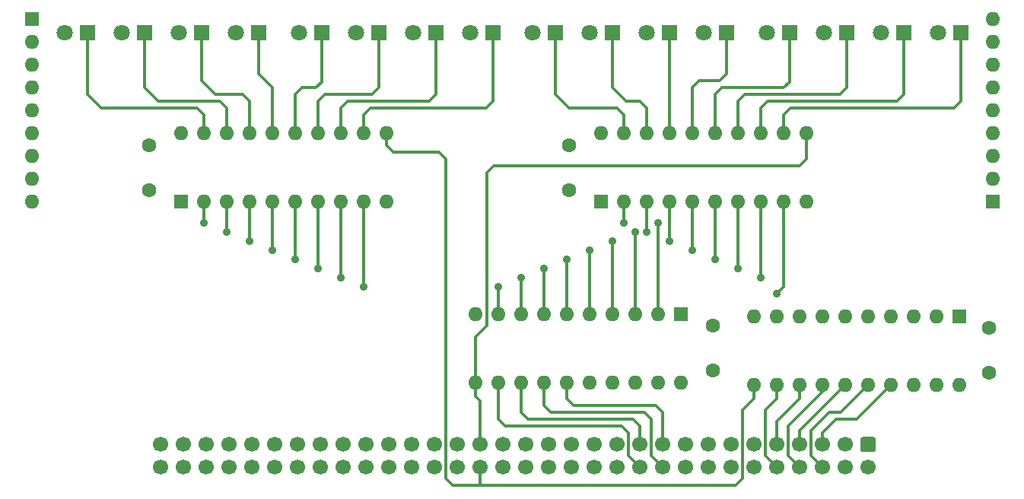
<source format=gtl>
%TF.GenerationSoftware,KiCad,Pcbnew,5.1.6-c6e7f7d~87~ubuntu18.04.1*%
%TF.CreationDate,2020-08-18T19:41:25+12:00*%
%TF.ProjectId,M1 Address Register,4d312041-6464-4726-9573-732052656769,rev?*%
%TF.SameCoordinates,Original*%
%TF.FileFunction,Copper,L1,Top*%
%TF.FilePolarity,Positive*%
%FSLAX46Y46*%
G04 Gerber Fmt 4.6, Leading zero omitted, Abs format (unit mm)*
G04 Created by KiCad (PCBNEW 5.1.6-c6e7f7d~87~ubuntu18.04.1) date 2020-08-18 19:41:25*
%MOMM*%
%LPD*%
G01*
G04 APERTURE LIST*
%TA.AperFunction,ComponentPad*%
%ADD10C,1.600000*%
%TD*%
%TA.AperFunction,ComponentPad*%
%ADD11C,1.700000*%
%TD*%
%TA.AperFunction,ComponentPad*%
%ADD12R,1.600000X1.600000*%
%TD*%
%TA.AperFunction,ComponentPad*%
%ADD13O,1.600000X1.600000*%
%TD*%
%TA.AperFunction,ComponentPad*%
%ADD14C,1.800000*%
%TD*%
%TA.AperFunction,ComponentPad*%
%ADD15R,1.800000X1.800000*%
%TD*%
%TA.AperFunction,ViaPad*%
%ADD16C,0.889000*%
%TD*%
%TA.AperFunction,Conductor*%
%ADD17C,0.330200*%
%TD*%
G04 APERTURE END LIST*
D10*
%TO.P,C5,1*%
%TO.N,GND*%
X205359000Y-122555000D03*
%TO.P,C5,2*%
%TO.N,+5V*%
X205359000Y-127555000D03*
%TD*%
%TO.P,C6,2*%
%TO.N,+5V*%
X174625000Y-127301000D03*
%TO.P,C6,1*%
%TO.N,GND*%
X174625000Y-122301000D03*
%TD*%
%TO.P,C7,2*%
%TO.N,+5V*%
X111887000Y-102215000D03*
%TO.P,C7,1*%
%TO.N,GND*%
X111887000Y-107215000D03*
%TD*%
%TO.P,C8,1*%
%TO.N,GND*%
X158623000Y-107215000D03*
%TO.P,C8,2*%
%TO.N,+5V*%
X158623000Y-102215000D03*
%TD*%
%TO.P,J1,1*%
%TO.N,GND*%
%TA.AperFunction,ComponentPad*%
G36*
G01*
X191297000Y-134659000D02*
X192497000Y-134659000D01*
G75*
G02*
X192747000Y-134909000I0J-250000D01*
G01*
X192747000Y-136109000D01*
G75*
G02*
X192497000Y-136359000I-250000J0D01*
G01*
X191297000Y-136359000D01*
G75*
G02*
X191047000Y-136109000I0J250000D01*
G01*
X191047000Y-134909000D01*
G75*
G02*
X191297000Y-134659000I250000J0D01*
G01*
G37*
%TD.AperFunction*%
D11*
%TO.P,J1,3*%
%TO.N,/A0*%
X189357000Y-135509000D03*
%TO.P,J1,5*%
%TO.N,/A2*%
X186817000Y-135509000D03*
%TO.P,J1,7*%
%TO.N,/A4*%
X184277000Y-135509000D03*
%TO.P,J1,9*%
%TO.N,/A6*%
X181737000Y-135509000D03*
%TO.P,J1,11*%
%TO.N,GND*%
X179197000Y-135509000D03*
%TO.P,J1,13*%
X176657000Y-135509000D03*
%TO.P,J1,15*%
%TO.N,/A8*%
X174117000Y-135509000D03*
%TO.P,J1,17*%
%TO.N,/A10*%
X171577000Y-135509000D03*
%TO.P,J1,19*%
%TO.N,/A12*%
X169037000Y-135509000D03*
%TO.P,J1,21*%
%TO.N,/A14*%
X166497000Y-135509000D03*
%TO.P,J1,23*%
%TO.N,GND*%
X163957000Y-135509000D03*
%TO.P,J1,25*%
%TO.N,+5V*%
X161417000Y-135509000D03*
%TO.P,J1,27*%
%TO.N,GND*%
X158877000Y-135509000D03*
%TO.P,J1,29*%
%TO.N,Net-(J1-Pad29)*%
X156337000Y-135509000D03*
%TO.P,J1,31*%
%TO.N,Net-(J1-Pad31)*%
X153797000Y-135509000D03*
%TO.P,J1,33*%
%TO.N,Net-(J1-Pad33)*%
X151257000Y-135509000D03*
%TO.P,J1,35*%
%TO.N,/ADRHI*%
X148717000Y-135509000D03*
%TO.P,J1,37*%
%TO.N,Net-(J1-Pad37)*%
X146177000Y-135509000D03*
%TO.P,J1,39*%
%TO.N,GND*%
X143637000Y-135509000D03*
%TO.P,J1,41*%
X141097000Y-135509000D03*
%TO.P,J1,43*%
%TO.N,Net-(J1-Pad43)*%
X138557000Y-135509000D03*
%TO.P,J1,45*%
%TO.N,Net-(J1-Pad45)*%
X136017000Y-135509000D03*
%TO.P,J1,47*%
%TO.N,Net-(J1-Pad47)*%
X133477000Y-135509000D03*
%TO.P,J1,49*%
%TO.N,Net-(J1-Pad49)*%
X130937000Y-135509000D03*
%TO.P,J1,51*%
%TO.N,GND*%
X128397000Y-135509000D03*
%TO.P,J1,53*%
X125857000Y-135509000D03*
%TO.P,J1,55*%
%TO.N,/D7*%
X123317000Y-135509000D03*
%TO.P,J1,57*%
%TO.N,/D5*%
X120777000Y-135509000D03*
%TO.P,J1,59*%
%TO.N,/D3*%
X118237000Y-135509000D03*
%TO.P,J1,61*%
%TO.N,/D1*%
X115697000Y-135509000D03*
%TO.P,J1,63*%
%TO.N,GND*%
X113157000Y-135509000D03*
%TO.P,J1,2*%
X191897000Y-138049000D03*
%TO.P,J1,4*%
%TO.N,/A1*%
X189357000Y-138049000D03*
%TO.P,J1,6*%
%TO.N,/A3*%
X186817000Y-138049000D03*
%TO.P,J1,8*%
%TO.N,/A5*%
X184277000Y-138049000D03*
%TO.P,J1,10*%
%TO.N,/A7*%
X181737000Y-138049000D03*
%TO.P,J1,12*%
%TO.N,GND*%
X179197000Y-138049000D03*
%TO.P,J1,14*%
X176657000Y-138049000D03*
%TO.P,J1,16*%
%TO.N,/A9*%
X174117000Y-138049000D03*
%TO.P,J1,18*%
%TO.N,/A11*%
X171577000Y-138049000D03*
%TO.P,J1,20*%
%TO.N,/A13*%
X169037000Y-138049000D03*
%TO.P,J1,22*%
%TO.N,/A15*%
X166497000Y-138049000D03*
%TO.P,J1,24*%
%TO.N,GND*%
X163957000Y-138049000D03*
%TO.P,J1,26*%
%TO.N,+5V*%
X161417000Y-138049000D03*
%TO.P,J1,28*%
%TO.N,GND*%
X158877000Y-138049000D03*
%TO.P,J1,30*%
%TO.N,Net-(J1-Pad30)*%
X156337000Y-138049000D03*
%TO.P,J1,32*%
%TO.N,Net-(J1-Pad32)*%
X153797000Y-138049000D03*
%TO.P,J1,34*%
%TO.N,/nADROE*%
X151257000Y-138049000D03*
%TO.P,J1,36*%
%TO.N,/ADRLO*%
X148717000Y-138049000D03*
%TO.P,J1,38*%
%TO.N,Net-(J1-Pad38)*%
X146177000Y-138049000D03*
%TO.P,J1,40*%
%TO.N,Net-(J1-Pad40)*%
X143637000Y-138049000D03*
%TO.P,J1,42*%
%TO.N,GND*%
X141097000Y-138049000D03*
%TO.P,J1,44*%
%TO.N,Net-(J1-Pad44)*%
X138557000Y-138049000D03*
%TO.P,J1,46*%
%TO.N,Net-(J1-Pad46)*%
X136017000Y-138049000D03*
%TO.P,J1,48*%
%TO.N,Net-(J1-Pad48)*%
X133477000Y-138049000D03*
%TO.P,J1,50*%
%TO.N,Net-(J1-Pad50)*%
X130937000Y-138049000D03*
%TO.P,J1,52*%
%TO.N,GND*%
X128397000Y-138049000D03*
%TO.P,J1,54*%
X125857000Y-138049000D03*
%TO.P,J1,56*%
%TO.N,/D6*%
X123317000Y-138049000D03*
%TO.P,J1,58*%
%TO.N,/D4*%
X120777000Y-138049000D03*
%TO.P,J1,60*%
%TO.N,/D2*%
X118237000Y-138049000D03*
%TO.P,J1,62*%
%TO.N,/D0*%
X115697000Y-138049000D03*
%TO.P,J1,64*%
%TO.N,GND*%
X113157000Y-138049000D03*
%TD*%
D12*
%TO.P,RN1,1*%
%TO.N,GND*%
X98806000Y-88165000D03*
D13*
%TO.P,RN1,2*%
%TO.N,Net-(D1-Pad8)*%
X98806000Y-90705000D03*
%TO.P,RN1,3*%
%TO.N,Net-(D1-Pad6)*%
X98806000Y-93245000D03*
%TO.P,RN1,4*%
%TO.N,Net-(D1-Pad4)*%
X98806000Y-95785000D03*
%TO.P,RN1,5*%
%TO.N,Net-(D1-Pad2)*%
X98806000Y-98325000D03*
%TO.P,RN1,6*%
%TO.N,Net-(D2-Pad8)*%
X98806000Y-100865000D03*
%TO.P,RN1,7*%
%TO.N,Net-(D2-Pad6)*%
X98806000Y-103405000D03*
%TO.P,RN1,8*%
%TO.N,Net-(D2-Pad4)*%
X98806000Y-105945000D03*
%TO.P,RN1,9*%
%TO.N,Net-(D2-Pad2)*%
X98806000Y-108485000D03*
%TD*%
D14*
%TO.P,D1,4*%
%TO.N,Net-(D1-Pad4)*%
X115189000Y-89689000D03*
D15*
%TO.P,D1,3*%
%TO.N,Net-(D1-Pad3)*%
X117729000Y-89689000D03*
%TO.P,D1,5*%
%TO.N,Net-(D1-Pad5)*%
X111379000Y-89689000D03*
D14*
%TO.P,D1,6*%
%TO.N,Net-(D1-Pad6)*%
X108839000Y-89689000D03*
D15*
%TO.P,D1,1*%
%TO.N,Net-(D1-Pad1)*%
X124079000Y-89689000D03*
D14*
%TO.P,D1,2*%
%TO.N,Net-(D1-Pad2)*%
X121539000Y-89689000D03*
D15*
%TO.P,D1,7*%
%TO.N,Net-(D1-Pad7)*%
X105029000Y-89689000D03*
D14*
%TO.P,D1,8*%
%TO.N,Net-(D1-Pad8)*%
X102489000Y-89689000D03*
%TD*%
%TO.P,D2,8*%
%TO.N,Net-(D2-Pad8)*%
X128524000Y-89689000D03*
D15*
%TO.P,D2,7*%
%TO.N,Net-(D2-Pad7)*%
X131064000Y-89689000D03*
D14*
%TO.P,D2,2*%
%TO.N,Net-(D2-Pad2)*%
X147574000Y-89689000D03*
D15*
%TO.P,D2,1*%
%TO.N,Net-(D2-Pad1)*%
X150114000Y-89689000D03*
D14*
%TO.P,D2,6*%
%TO.N,Net-(D2-Pad6)*%
X134874000Y-89689000D03*
D15*
%TO.P,D2,5*%
%TO.N,Net-(D2-Pad5)*%
X137414000Y-89689000D03*
%TO.P,D2,3*%
%TO.N,Net-(D2-Pad3)*%
X143764000Y-89689000D03*
D14*
%TO.P,D2,4*%
%TO.N,Net-(D2-Pad4)*%
X141224000Y-89689000D03*
%TD*%
%TO.P,D3,4*%
%TO.N,Net-(D3-Pad4)*%
X167259000Y-89689000D03*
D15*
%TO.P,D3,3*%
%TO.N,Net-(D3-Pad3)*%
X169799000Y-89689000D03*
%TO.P,D3,5*%
%TO.N,Net-(D3-Pad5)*%
X163449000Y-89689000D03*
D14*
%TO.P,D3,6*%
%TO.N,Net-(D3-Pad6)*%
X160909000Y-89689000D03*
D15*
%TO.P,D3,1*%
%TO.N,Net-(D3-Pad1)*%
X176149000Y-89689000D03*
D14*
%TO.P,D3,2*%
%TO.N,Net-(D3-Pad2)*%
X173609000Y-89689000D03*
D15*
%TO.P,D3,7*%
%TO.N,Net-(D3-Pad7)*%
X157099000Y-89689000D03*
D14*
%TO.P,D3,8*%
%TO.N,Net-(D3-Pad8)*%
X154559000Y-89689000D03*
%TD*%
%TO.P,D4,8*%
%TO.N,Net-(D4-Pad8)*%
X180594000Y-89689000D03*
D15*
%TO.P,D4,7*%
%TO.N,Net-(D4-Pad7)*%
X183134000Y-89689000D03*
D14*
%TO.P,D4,2*%
%TO.N,Net-(D4-Pad2)*%
X199644000Y-89689000D03*
D15*
%TO.P,D4,1*%
%TO.N,Net-(D4-Pad1)*%
X202184000Y-89689000D03*
D14*
%TO.P,D4,6*%
%TO.N,Net-(D4-Pad6)*%
X186944000Y-89689000D03*
D15*
%TO.P,D4,5*%
%TO.N,Net-(D4-Pad5)*%
X189484000Y-89689000D03*
%TO.P,D4,3*%
%TO.N,Net-(D4-Pad3)*%
X195834000Y-89689000D03*
D14*
%TO.P,D4,4*%
%TO.N,Net-(D4-Pad4)*%
X193294000Y-89689000D03*
%TD*%
D12*
%TO.P,RN2,1*%
%TO.N,GND*%
X205740000Y-108485000D03*
D13*
%TO.P,RN2,2*%
%TO.N,Net-(D3-Pad8)*%
X205740000Y-105945000D03*
%TO.P,RN2,3*%
%TO.N,Net-(D3-Pad6)*%
X205740000Y-103405000D03*
%TO.P,RN2,4*%
%TO.N,Net-(D3-Pad4)*%
X205740000Y-100865000D03*
%TO.P,RN2,5*%
%TO.N,Net-(D3-Pad2)*%
X205740000Y-98325000D03*
%TO.P,RN2,6*%
%TO.N,Net-(D4-Pad8)*%
X205740000Y-95785000D03*
%TO.P,RN2,7*%
%TO.N,Net-(D4-Pad6)*%
X205740000Y-93245000D03*
%TO.P,RN2,8*%
%TO.N,Net-(D4-Pad4)*%
X205740000Y-90705000D03*
%TO.P,RN2,9*%
%TO.N,Net-(D4-Pad2)*%
X205740000Y-88165000D03*
%TD*%
D12*
%TO.P,U1,1*%
%TO.N,/nADROE*%
X202057000Y-121285000D03*
D13*
%TO.P,U1,11*%
%TO.N,/ADRLO*%
X179197000Y-128905000D03*
%TO.P,U1,2*%
%TO.N,/D0*%
X199517000Y-121285000D03*
%TO.P,U1,12*%
%TO.N,/A7*%
X181737000Y-128905000D03*
%TO.P,U1,3*%
%TO.N,/D1*%
X196977000Y-121285000D03*
%TO.P,U1,13*%
%TO.N,/A6*%
X184277000Y-128905000D03*
%TO.P,U1,4*%
%TO.N,/D2*%
X194437000Y-121285000D03*
%TO.P,U1,14*%
%TO.N,/A5*%
X186817000Y-128905000D03*
%TO.P,U1,5*%
%TO.N,/D3*%
X191897000Y-121285000D03*
%TO.P,U1,15*%
%TO.N,/A4*%
X189357000Y-128905000D03*
%TO.P,U1,6*%
%TO.N,/D4*%
X189357000Y-121285000D03*
%TO.P,U1,16*%
%TO.N,/A3*%
X191897000Y-128905000D03*
%TO.P,U1,7*%
%TO.N,/D5*%
X186817000Y-121285000D03*
%TO.P,U1,17*%
%TO.N,/A2*%
X194437000Y-128905000D03*
%TO.P,U1,8*%
%TO.N,/D6*%
X184277000Y-121285000D03*
%TO.P,U1,18*%
%TO.N,/A1*%
X196977000Y-128905000D03*
%TO.P,U1,9*%
%TO.N,/D7*%
X181737000Y-121285000D03*
%TO.P,U1,19*%
%TO.N,/A0*%
X199517000Y-128905000D03*
%TO.P,U1,10*%
%TO.N,GND*%
X179197000Y-121285000D03*
%TO.P,U1,20*%
%TO.N,+5V*%
X202057000Y-128905000D03*
%TD*%
%TO.P,U2,20*%
%TO.N,+5V*%
X171069000Y-128651000D03*
%TO.P,U2,10*%
%TO.N,GND*%
X148209000Y-121031000D03*
%TO.P,U2,19*%
%TO.N,/A8*%
X168529000Y-128651000D03*
%TO.P,U2,9*%
%TO.N,/D7*%
X150749000Y-121031000D03*
%TO.P,U2,18*%
%TO.N,/A9*%
X165989000Y-128651000D03*
%TO.P,U2,8*%
%TO.N,/D6*%
X153289000Y-121031000D03*
%TO.P,U2,17*%
%TO.N,/A10*%
X163449000Y-128651000D03*
%TO.P,U2,7*%
%TO.N,/D5*%
X155829000Y-121031000D03*
%TO.P,U2,16*%
%TO.N,/A11*%
X160909000Y-128651000D03*
%TO.P,U2,6*%
%TO.N,/D4*%
X158369000Y-121031000D03*
%TO.P,U2,15*%
%TO.N,/A12*%
X158369000Y-128651000D03*
%TO.P,U2,5*%
%TO.N,/D3*%
X160909000Y-121031000D03*
%TO.P,U2,14*%
%TO.N,/A13*%
X155829000Y-128651000D03*
%TO.P,U2,4*%
%TO.N,/D2*%
X163449000Y-121031000D03*
%TO.P,U2,13*%
%TO.N,/A14*%
X153289000Y-128651000D03*
%TO.P,U2,3*%
%TO.N,/D1*%
X165989000Y-121031000D03*
%TO.P,U2,12*%
%TO.N,/A15*%
X150749000Y-128651000D03*
%TO.P,U2,2*%
%TO.N,/D0*%
X168529000Y-121031000D03*
%TO.P,U2,11*%
%TO.N,/ADRHI*%
X148209000Y-128651000D03*
D12*
%TO.P,U2,1*%
%TO.N,/nADROE*%
X171069000Y-121031000D03*
%TD*%
D13*
%TO.P,U3,20*%
%TO.N,+5V*%
X115443000Y-100865000D03*
%TO.P,U3,10*%
%TO.N,GND*%
X138303000Y-108485000D03*
%TO.P,U3,19*%
%TO.N,Net-(D1-Pad7)*%
X117983000Y-100865000D03*
%TO.P,U3,9*%
%TO.N,/D7*%
X135763000Y-108485000D03*
%TO.P,U3,18*%
%TO.N,Net-(D1-Pad5)*%
X120523000Y-100865000D03*
%TO.P,U3,8*%
%TO.N,/D6*%
X133223000Y-108485000D03*
%TO.P,U3,17*%
%TO.N,Net-(D1-Pad3)*%
X123063000Y-100865000D03*
%TO.P,U3,7*%
%TO.N,/D5*%
X130683000Y-108485000D03*
%TO.P,U3,16*%
%TO.N,Net-(D1-Pad1)*%
X125603000Y-100865000D03*
%TO.P,U3,6*%
%TO.N,/D4*%
X128143000Y-108485000D03*
%TO.P,U3,15*%
%TO.N,Net-(D2-Pad7)*%
X128143000Y-100865000D03*
%TO.P,U3,5*%
%TO.N,/D3*%
X125603000Y-108485000D03*
%TO.P,U3,14*%
%TO.N,Net-(D2-Pad5)*%
X130683000Y-100865000D03*
%TO.P,U3,4*%
%TO.N,/D2*%
X123063000Y-108485000D03*
%TO.P,U3,13*%
%TO.N,Net-(D2-Pad3)*%
X133223000Y-100865000D03*
%TO.P,U3,3*%
%TO.N,/D1*%
X120523000Y-108485000D03*
%TO.P,U3,12*%
%TO.N,Net-(D2-Pad1)*%
X135763000Y-100865000D03*
%TO.P,U3,2*%
%TO.N,/D0*%
X117983000Y-108485000D03*
%TO.P,U3,11*%
%TO.N,/ADRLO*%
X138303000Y-100865000D03*
D12*
%TO.P,U3,1*%
%TO.N,GND*%
X115443000Y-108485000D03*
%TD*%
%TO.P,U4,1*%
%TO.N,GND*%
X162179000Y-108485000D03*
D13*
%TO.P,U4,11*%
%TO.N,/ADRHI*%
X185039000Y-100865000D03*
%TO.P,U4,2*%
%TO.N,/D0*%
X164719000Y-108485000D03*
%TO.P,U4,12*%
%TO.N,Net-(D4-Pad1)*%
X182499000Y-100865000D03*
%TO.P,U4,3*%
%TO.N,/D1*%
X167259000Y-108485000D03*
%TO.P,U4,13*%
%TO.N,Net-(D4-Pad3)*%
X179959000Y-100865000D03*
%TO.P,U4,4*%
%TO.N,/D2*%
X169799000Y-108485000D03*
%TO.P,U4,14*%
%TO.N,Net-(D4-Pad5)*%
X177419000Y-100865000D03*
%TO.P,U4,5*%
%TO.N,/D3*%
X172339000Y-108485000D03*
%TO.P,U4,15*%
%TO.N,Net-(D4-Pad7)*%
X174879000Y-100865000D03*
%TO.P,U4,6*%
%TO.N,/D4*%
X174879000Y-108485000D03*
%TO.P,U4,16*%
%TO.N,Net-(D3-Pad1)*%
X172339000Y-100865000D03*
%TO.P,U4,7*%
%TO.N,/D5*%
X177419000Y-108485000D03*
%TO.P,U4,17*%
%TO.N,Net-(D3-Pad3)*%
X169799000Y-100865000D03*
%TO.P,U4,8*%
%TO.N,/D6*%
X179959000Y-108485000D03*
%TO.P,U4,18*%
%TO.N,Net-(D3-Pad5)*%
X167259000Y-100865000D03*
%TO.P,U4,9*%
%TO.N,/D7*%
X182499000Y-108485000D03*
%TO.P,U4,19*%
%TO.N,Net-(D3-Pad7)*%
X164719000Y-100865000D03*
%TO.P,U4,10*%
%TO.N,GND*%
X185039000Y-108485000D03*
%TO.P,U4,20*%
%TO.N,+5V*%
X162179000Y-100865000D03*
%TD*%
D16*
%TO.N,/D6*%
X133223000Y-116967000D03*
X153289000Y-116967000D03*
X179959000Y-116967000D03*
%TO.N,/D4*%
X128143000Y-114935000D03*
X158369000Y-114935000D03*
X174879000Y-114935000D03*
%TO.N,/D2*%
X123063000Y-112903000D03*
X163449000Y-112903000D03*
X169799000Y-112903000D03*
%TO.N,/D0*%
X117983000Y-110871000D03*
X168529000Y-110871000D03*
X164719000Y-110871000D03*
%TO.N,/D7*%
X135763000Y-117983000D03*
X150749000Y-117983000D03*
X181737000Y-118745000D03*
%TO.N,/D5*%
X130683000Y-115951000D03*
X155829000Y-115951000D03*
X177419000Y-115951000D03*
%TO.N,/D3*%
X125603000Y-113919000D03*
X160909000Y-113919000D03*
X172339000Y-113919000D03*
%TO.N,/D1*%
X120523000Y-111887000D03*
X165989000Y-111887000D03*
X167259000Y-111887000D03*
%TD*%
D17*
%TO.N,Net-(D1-Pad1)*%
X124079000Y-94261000D02*
X124714000Y-94896000D01*
X124079000Y-89689000D02*
X124079000Y-94261000D01*
X125603000Y-100865000D02*
X125603000Y-95785000D01*
X124714000Y-94896000D02*
X125603000Y-95785000D01*
%TO.N,Net-(D2-Pad1)*%
X136525000Y-98071000D02*
X135763000Y-98833000D01*
X149352000Y-98071000D02*
X136525000Y-98071000D01*
X150114000Y-89689000D02*
X150114000Y-97309000D01*
X150114000Y-97309000D02*
X149352000Y-98071000D01*
X135763000Y-98833000D02*
X135763000Y-100865000D01*
%TO.N,Net-(D3-Pad1)*%
X176149000Y-94261000D02*
X176149000Y-94007000D01*
X175387000Y-95023000D02*
X176149000Y-94261000D01*
X176149000Y-94007000D02*
X176149000Y-89689000D01*
X173101000Y-95023000D02*
X175387000Y-95023000D01*
X172339000Y-95785000D02*
X173101000Y-95023000D01*
X172339000Y-100865000D02*
X172339000Y-95785000D01*
%TO.N,Net-(D4-Pad1)*%
X201422000Y-98071000D02*
X202184000Y-97309000D01*
X202184000Y-97309000D02*
X202184000Y-89689000D01*
X183261000Y-98071000D02*
X201422000Y-98071000D01*
X182499000Y-100865000D02*
X182499000Y-98833000D01*
X182499000Y-98833000D02*
X183261000Y-98071000D01*
%TO.N,/A3*%
X191897000Y-128905000D02*
X188849000Y-131953000D01*
X188849000Y-131953000D02*
X187579000Y-131953000D01*
X187579000Y-131953000D02*
X185547000Y-133985000D01*
X185547000Y-133985000D02*
X185547000Y-136779000D01*
X185547000Y-136779000D02*
X186817000Y-138049000D01*
%TO.N,/A5*%
X183007000Y-136779000D02*
X184277000Y-138049000D01*
X183007000Y-133477000D02*
X183007000Y-136779000D01*
X186817000Y-129667000D02*
X183007000Y-133477000D01*
X186817000Y-128905000D02*
X186817000Y-129667000D01*
%TO.N,/A7*%
X181737000Y-128905000D02*
X181737000Y-130429000D01*
X181737000Y-130429000D02*
X180467000Y-131699000D01*
X180467000Y-131699000D02*
X180467000Y-136779000D01*
X180467000Y-136779000D02*
X181737000Y-138049000D01*
%TO.N,/A13*%
X155829000Y-131191000D02*
X156591000Y-131953000D01*
X155829000Y-128651000D02*
X155829000Y-131191000D01*
X167005000Y-131953000D02*
X167767000Y-132715000D01*
X156591000Y-131953000D02*
X167005000Y-131953000D01*
X167767000Y-132715000D02*
X167767000Y-136779000D01*
X167767000Y-136779000D02*
X169037000Y-138049000D01*
%TO.N,/A15*%
X150749000Y-128651000D02*
X150749000Y-132715000D01*
X150749000Y-132715000D02*
X151511000Y-133477000D01*
X164465000Y-133477000D02*
X165227000Y-134239000D01*
X164465000Y-133477000D02*
X151511000Y-133477000D01*
X165227000Y-134239000D02*
X165227000Y-136779000D01*
X165227000Y-136779000D02*
X166497000Y-138049000D01*
%TO.N,/D6*%
X133223000Y-108485000D02*
X133223000Y-116967000D01*
X153289000Y-121031000D02*
X153289000Y-116967000D01*
X179959000Y-108485000D02*
X179959000Y-116967000D01*
%TO.N,/D4*%
X128143000Y-108485000D02*
X128143000Y-114935000D01*
X158369000Y-121031000D02*
X158369000Y-114935000D01*
X174879000Y-108485000D02*
X174879000Y-114935000D01*
%TO.N,/D2*%
X123063000Y-108485000D02*
X123063000Y-112903000D01*
X163449000Y-121031000D02*
X163449000Y-112903000D01*
X169799000Y-108485000D02*
X169799000Y-112903000D01*
%TO.N,/D0*%
X117983000Y-108485000D02*
X117983000Y-110871000D01*
X168529000Y-121031000D02*
X168529000Y-110871000D01*
X164719000Y-108485000D02*
X164719000Y-110871000D01*
%TO.N,/A2*%
X194437000Y-128905000D02*
X190627000Y-132715000D01*
X190627000Y-132715000D02*
X188341000Y-132715000D01*
X188341000Y-132715000D02*
X186817000Y-134239000D01*
X186817000Y-134239000D02*
X186817000Y-135509000D01*
%TO.N,/A4*%
X189357000Y-128905000D02*
X184277000Y-133985000D01*
X184277000Y-133985000D02*
X184277000Y-135509000D01*
%TO.N,/A6*%
X184277000Y-128905000D02*
X184277000Y-130429000D01*
X184277000Y-130429000D02*
X181737000Y-132969000D01*
X181737000Y-132969000D02*
X181737000Y-135509000D01*
%TO.N,/A12*%
X158369000Y-130429000D02*
X159131000Y-131191000D01*
X158369000Y-128651000D02*
X158369000Y-130429000D01*
X168275000Y-131191000D02*
X169037000Y-131953000D01*
X159131000Y-131191000D02*
X168275000Y-131191000D01*
X169037000Y-131953000D02*
X169037000Y-135509000D01*
%TO.N,/A14*%
X153289000Y-128651000D02*
X153289000Y-131953000D01*
X153289000Y-131953000D02*
X154051000Y-132715000D01*
X165735000Y-132715000D02*
X166497000Y-133477000D01*
X154051000Y-132715000D02*
X165735000Y-132715000D01*
X166497000Y-133477000D02*
X166497000Y-135509000D01*
%TO.N,/D7*%
X181737000Y-118745000D02*
X182499000Y-117983000D01*
X135763000Y-108485000D02*
X135763000Y-117983000D01*
X150749000Y-121031000D02*
X150749000Y-117983000D01*
X182499000Y-108485000D02*
X182499000Y-117983000D01*
%TO.N,/D5*%
X130683000Y-108485000D02*
X130683000Y-115951000D01*
X155829000Y-121031000D02*
X155829000Y-115951000D01*
X177419000Y-108485000D02*
X177419000Y-115951000D01*
%TO.N,/D3*%
X125603000Y-108485000D02*
X125603000Y-113919000D01*
X160909000Y-121031000D02*
X160909000Y-113919000D01*
X172339000Y-108485000D02*
X172339000Y-113919000D01*
%TO.N,/D1*%
X120523000Y-108485000D02*
X120523000Y-111887000D01*
X165989000Y-121031000D02*
X165989000Y-111887000D01*
X167259000Y-108485000D02*
X167259000Y-111887000D01*
%TO.N,Net-(D1-Pad3)*%
X118364000Y-95658000D02*
X119253000Y-96547000D01*
X117729000Y-95023000D02*
X118364000Y-95658000D01*
X117729000Y-89689000D02*
X117729000Y-95023000D01*
X123063000Y-97309000D02*
X122301000Y-96547000D01*
X123063000Y-100865000D02*
X123063000Y-97309000D01*
X119253000Y-96547000D02*
X122301000Y-96547000D01*
%TO.N,Net-(D1-Pad5)*%
X112014000Y-96420000D02*
X112903000Y-97309000D01*
X111379000Y-95785000D02*
X112014000Y-96420000D01*
X111379000Y-89689000D02*
X111379000Y-95785000D01*
X120523000Y-100865000D02*
X120523000Y-98071000D01*
X120523000Y-98071000D02*
X119761000Y-97309000D01*
X112903000Y-97309000D02*
X119761000Y-97309000D01*
%TO.N,Net-(D1-Pad7)*%
X105029000Y-96547000D02*
X106553000Y-98071000D01*
X105029000Y-89689000D02*
X105029000Y-96547000D01*
X117221000Y-98071000D02*
X117983000Y-98833000D01*
X106553000Y-98071000D02*
X117221000Y-98071000D01*
X117983000Y-98833000D02*
X117983000Y-100865000D01*
%TO.N,Net-(D2-Pad7)*%
X128143000Y-96547000D02*
X128905000Y-95785000D01*
X128143000Y-100865000D02*
X128143000Y-96547000D01*
X128905000Y-95785000D02*
X130429000Y-95785000D01*
X131064000Y-95150000D02*
X130429000Y-95785000D01*
X131064000Y-89689000D02*
X131064000Y-95150000D01*
%TO.N,Net-(D2-Pad5)*%
X131445000Y-96547000D02*
X130683000Y-97309000D01*
X137414000Y-89689000D02*
X137414000Y-95785000D01*
X136652000Y-96547000D02*
X131445000Y-96547000D01*
X137414000Y-95785000D02*
X136652000Y-96547000D01*
X130683000Y-97309000D02*
X130683000Y-100865000D01*
%TO.N,Net-(D2-Pad3)*%
X133985000Y-97309000D02*
X133223000Y-98071000D01*
X143002000Y-97309000D02*
X133985000Y-97309000D01*
X143764000Y-89689000D02*
X143764000Y-96547000D01*
X143764000Y-96547000D02*
X143002000Y-97309000D01*
X133223000Y-98071000D02*
X133223000Y-100865000D01*
%TO.N,Net-(D3-Pad3)*%
X169799000Y-89689000D02*
X169799000Y-95023000D01*
X169799000Y-100865000D02*
X169799000Y-95023000D01*
%TO.N,Net-(D3-Pad5)*%
X164084000Y-96420000D02*
X164973000Y-97309000D01*
X163449000Y-95785000D02*
X164084000Y-96420000D01*
X163449000Y-89689000D02*
X163449000Y-95785000D01*
X167259000Y-100865000D02*
X167259000Y-98071000D01*
X164973000Y-97309000D02*
X166497000Y-97309000D01*
X167259000Y-98071000D02*
X166497000Y-97309000D01*
%TO.N,Net-(D3-Pad7)*%
X157734000Y-97182000D02*
X158623000Y-98071000D01*
X157099000Y-96547000D02*
X157734000Y-97182000D01*
X157099000Y-89689000D02*
X157099000Y-96547000D01*
X164719000Y-98833000D02*
X163957000Y-98071000D01*
X164719000Y-100865000D02*
X164719000Y-98833000D01*
X158623000Y-98071000D02*
X163957000Y-98071000D01*
%TO.N,Net-(D4-Pad7)*%
X183134000Y-95150000D02*
X183134000Y-89689000D01*
X182499000Y-95785000D02*
X183134000Y-95150000D01*
X175641000Y-95785000D02*
X182499000Y-95785000D01*
X174879000Y-96547000D02*
X175641000Y-95785000D01*
X174879000Y-100865000D02*
X174879000Y-96547000D01*
%TO.N,Net-(D4-Pad5)*%
X188722000Y-96547000D02*
X189484000Y-95785000D01*
X189484000Y-95785000D02*
X189484000Y-89689000D01*
X177419000Y-100865000D02*
X177419000Y-97309000D01*
X178181000Y-96547000D02*
X188722000Y-96547000D01*
X177419000Y-97309000D02*
X178181000Y-96547000D01*
%TO.N,Net-(D4-Pad3)*%
X195834000Y-96547000D02*
X195834000Y-89689000D01*
X195072000Y-97309000D02*
X195834000Y-96547000D01*
X179959000Y-100865000D02*
X179959000Y-98071000D01*
X180721000Y-97309000D02*
X195072000Y-97309000D01*
X179959000Y-98071000D02*
X180721000Y-97309000D01*
%TO.N,/ADRLO*%
X138303000Y-100865000D02*
X138303000Y-102235000D01*
X139065000Y-102997000D02*
X144145000Y-102997000D01*
X144907000Y-139319000D02*
X145669000Y-140081000D01*
X138303000Y-102235000D02*
X139065000Y-102997000D01*
X144145000Y-102997000D02*
X144907000Y-103759000D01*
X144907000Y-103759000D02*
X144907000Y-139319000D01*
X148717000Y-138049000D02*
X148717000Y-140081000D01*
X145669000Y-140081000D02*
X148717000Y-140081000D01*
X179197000Y-130429000D02*
X179197000Y-128905000D01*
X177927000Y-131699000D02*
X179197000Y-130429000D01*
X177927000Y-139319000D02*
X177927000Y-131699000D01*
X177165000Y-140081000D02*
X177927000Y-139319000D01*
X148717000Y-140081000D02*
X177165000Y-140081000D01*
%TO.N,/ADRHI*%
X148209000Y-130175000D02*
X148209000Y-128651000D01*
X148209000Y-128651000D02*
X148209000Y-123571000D01*
X148209000Y-123571000D02*
X149479000Y-122301000D01*
X149479000Y-122301000D02*
X149479000Y-105283000D01*
X149479000Y-105283000D02*
X150241000Y-104521000D01*
X150241000Y-104521000D02*
X184277000Y-104521000D01*
X184277000Y-104521000D02*
X185039000Y-103759000D01*
X185039000Y-103759000D02*
X185039000Y-100865000D01*
X148209000Y-130175000D02*
X148717000Y-130683000D01*
X148717000Y-130683000D02*
X148717000Y-135509000D01*
%TD*%
M02*

</source>
